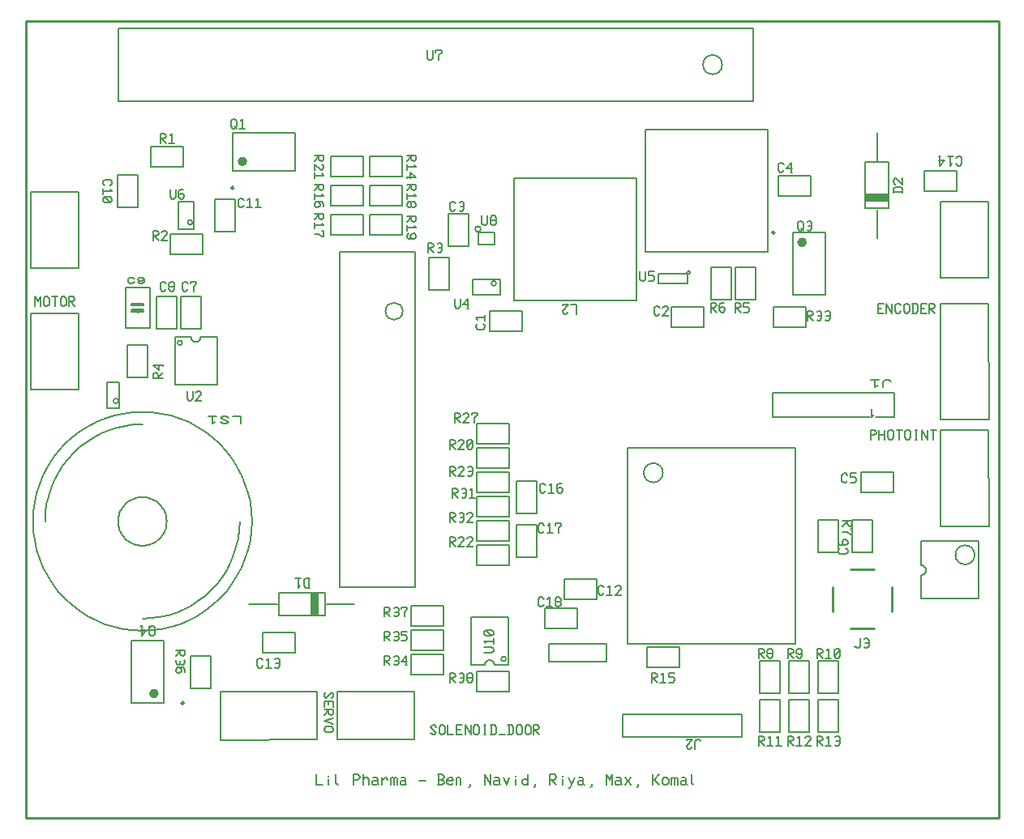
<source format=gbr>
G04 Generated by Ultiboard 14.1 *
%FSLAX25Y25*%
%MOIN*%

%ADD10C,0.00001*%
%ADD11C,0.00612*%
%ADD12C,0.00800*%
%ADD13C,0.00787*%
%ADD14C,0.01969*%
%ADD15C,0.00984*%
%ADD16C,0.00668*%
%ADD17C,0.00005*%
%ADD18C,0.01000*%


G04 ColorRGB FFFF00 for the following layer *
%LNSilkscreen Top*%
%LPD*%
G54D10*
G54D11*
X59392Y258606D02*
X59392Y255457D01*
X60176Y254669D01*
X60960Y254669D01*
X61744Y255457D01*
X61744Y258606D01*
X64879Y258606D02*
X63703Y258606D01*
X62920Y257819D01*
X62920Y256244D01*
X62920Y255457D01*
X63703Y254669D01*
X64487Y254669D01*
X65271Y255457D01*
X65271Y256244D01*
X64487Y257031D01*
X63703Y257031D01*
X62920Y256244D01*
X165108Y315835D02*
X165108Y312685D01*
X165892Y311898D01*
X166676Y311898D01*
X167460Y312685D01*
X167460Y315835D01*
X169812Y311898D02*
X169812Y313866D01*
X170988Y315047D01*
X170988Y315835D01*
X168636Y315835D01*
X168636Y315047D01*
X347392Y155669D02*
X347392Y159606D01*
X348960Y159606D01*
X349744Y158819D01*
X349744Y158425D01*
X348960Y157638D01*
X347392Y157638D01*
X350920Y155669D02*
X350920Y159606D01*
X353271Y155669D02*
X353271Y159606D01*
X350920Y157638D02*
X353271Y157638D01*
X354447Y156457D02*
X355231Y155669D01*
X356015Y155669D01*
X356799Y156457D01*
X356799Y158819D01*
X356015Y159606D01*
X355231Y159606D01*
X354447Y158819D01*
X354447Y156457D01*
X359150Y155669D02*
X359150Y159606D01*
X357975Y159606D02*
X360326Y159606D01*
X361502Y156457D02*
X362286Y155669D01*
X363070Y155669D01*
X363854Y156457D01*
X363854Y158819D01*
X363070Y159606D01*
X362286Y159606D01*
X361502Y158819D01*
X361502Y156457D01*
X365814Y155669D02*
X366598Y155669D01*
X365814Y159606D02*
X366598Y159606D01*
X366206Y155669D02*
X366206Y159606D01*
X368557Y155669D02*
X368557Y159606D01*
X370909Y155669D01*
X370909Y159606D01*
X373261Y155669D02*
X373261Y159606D01*
X372085Y159606D02*
X374437Y159606D01*
X317392Y242457D02*
X318176Y241669D01*
X318960Y241669D01*
X319744Y242457D01*
X319744Y244819D01*
X318960Y245606D01*
X318176Y245606D01*
X317392Y244819D01*
X317392Y242457D01*
X318960Y242457D02*
X319744Y241669D01*
X321311Y245213D02*
X321703Y245606D01*
X322487Y245606D01*
X323271Y244819D01*
X323271Y244031D01*
X322879Y243638D01*
X323271Y243244D01*
X323271Y242457D01*
X322487Y241669D01*
X321703Y241669D01*
X321311Y242063D01*
X321703Y243638D02*
X322879Y243638D01*
X277608Y31543D02*
X276824Y32331D01*
X276040Y32331D01*
X275256Y31543D01*
X275256Y28394D01*
X274080Y29181D02*
X273297Y28394D01*
X272513Y28394D01*
X271729Y29181D01*
X271729Y29575D01*
X274080Y32331D01*
X271729Y32331D01*
X271729Y31937D01*
X66392Y175606D02*
X66392Y172457D01*
X67176Y171669D01*
X67960Y171669D01*
X68744Y172457D01*
X68744Y175606D01*
X69920Y174819D02*
X70703Y175606D01*
X71487Y175606D01*
X72271Y174819D01*
X72271Y174425D01*
X69920Y171669D01*
X72271Y171669D01*
X72271Y172063D01*
X176392Y213606D02*
X176392Y210457D01*
X177176Y209669D01*
X177960Y209669D01*
X178744Y210457D01*
X178744Y213606D01*
X182271Y211244D02*
X179920Y211244D01*
X181879Y213606D01*
X181879Y209669D01*
X181487Y209669D02*
X182271Y209669D01*
X187620Y247890D02*
X187620Y244740D01*
X188404Y243953D01*
X189188Y243953D01*
X189972Y244740D01*
X189972Y247890D01*
X192716Y243953D02*
X191932Y243953D01*
X191148Y244740D01*
X191148Y245528D01*
X191540Y245921D01*
X191148Y246315D01*
X191148Y247102D01*
X191932Y247890D01*
X192716Y247890D01*
X193500Y247102D01*
X193500Y246315D01*
X193108Y245921D01*
X193500Y245528D01*
X193500Y244740D01*
X192716Y243953D01*
X191540Y245921D02*
X193108Y245921D01*
X226608Y207394D02*
X226608Y211331D01*
X224256Y211331D01*
X223080Y208181D02*
X222297Y207394D01*
X221513Y207394D01*
X220729Y208181D01*
X220729Y208575D01*
X223080Y211331D01*
X220729Y211331D01*
X220729Y210937D01*
X252620Y224890D02*
X252620Y221740D01*
X253404Y220953D01*
X254188Y220953D01*
X254972Y221740D01*
X254972Y224890D01*
X258500Y224890D02*
X256148Y224890D01*
X256148Y223315D01*
X257716Y223315D01*
X258500Y222528D01*
X258500Y221740D01*
X257716Y220953D01*
X256148Y220953D01*
X188387Y67927D02*
X191536Y67927D01*
X192324Y68711D01*
X192324Y69495D01*
X191536Y70279D01*
X188387Y70279D01*
X189174Y71847D02*
X188387Y72631D01*
X192324Y72631D01*
X192324Y71455D02*
X192324Y73806D01*
X189174Y74982D02*
X188387Y75766D01*
X188387Y76550D01*
X189174Y77334D01*
X191536Y77334D01*
X192324Y76550D01*
X192324Y75766D01*
X191536Y74982D01*
X189174Y74982D01*
X189174Y77334D02*
X191536Y74982D01*
X53136Y78110D02*
X52352Y78898D01*
X51568Y78898D01*
X50784Y78110D01*
X50784Y75748D01*
X51568Y74961D01*
X52352Y74961D01*
X53136Y75748D01*
X53136Y78110D01*
X51568Y78110D02*
X50784Y78898D01*
X47256Y77323D02*
X49608Y77323D01*
X47648Y74961D01*
X47648Y78898D01*
X48040Y78898D02*
X47256Y78898D01*
X84392Y284457D02*
X85176Y283669D01*
X85960Y283669D01*
X86744Y284457D01*
X86744Y286819D01*
X85960Y287606D01*
X85176Y287606D01*
X84392Y286819D01*
X84392Y284457D01*
X85960Y284457D02*
X86744Y283669D01*
X88311Y286819D02*
X89095Y287606D01*
X89095Y283669D01*
X87920Y283669D02*
X90271Y283669D01*
X123457Y51608D02*
X122669Y50824D01*
X122669Y50040D01*
X123457Y49256D01*
X125819Y51608D01*
X126606Y50824D01*
X126606Y50040D01*
X125819Y49256D01*
X122669Y45729D02*
X122669Y48080D01*
X124638Y48080D01*
X126606Y48080D01*
X126606Y45729D01*
X124638Y48080D02*
X124638Y46513D01*
X122669Y44553D02*
X126606Y44553D01*
X126606Y42985D01*
X125819Y42201D01*
X125425Y42201D01*
X124638Y42985D01*
X124638Y44553D01*
X124638Y44161D02*
X122669Y42201D01*
X126606Y41025D02*
X122669Y39850D01*
X126606Y38674D01*
X123457Y37498D02*
X122669Y36714D01*
X122669Y35930D01*
X123457Y35146D01*
X125819Y35146D01*
X126606Y35930D01*
X126606Y36714D01*
X125819Y37498D01*
X123457Y37498D01*
X166534Y34969D02*
X167318Y34181D01*
X168101Y34181D01*
X168885Y34969D01*
X166534Y37331D01*
X167318Y38118D01*
X168101Y38118D01*
X168885Y37331D01*
X170061Y34969D02*
X170845Y34181D01*
X171629Y34181D01*
X172413Y34969D01*
X172413Y37331D01*
X171629Y38118D01*
X170845Y38118D01*
X170061Y37331D01*
X170061Y34969D01*
X173589Y38118D02*
X173589Y34181D01*
X175941Y34181D01*
X179468Y34181D02*
X177116Y34181D01*
X177116Y36150D01*
X177116Y38118D01*
X179468Y38118D01*
X177116Y36150D02*
X178684Y36150D01*
X180644Y34181D02*
X180644Y38118D01*
X182996Y34181D01*
X182996Y38118D01*
X184171Y34969D02*
X184955Y34181D01*
X185739Y34181D01*
X186523Y34969D01*
X186523Y37331D01*
X185739Y38118D01*
X184955Y38118D01*
X184171Y37331D01*
X184171Y34969D01*
X188483Y34181D02*
X189267Y34181D01*
X188483Y38118D02*
X189267Y38118D01*
X188875Y34181D02*
X188875Y38118D01*
X191227Y34181D02*
X192794Y34181D01*
X193578Y34969D01*
X193578Y37331D01*
X192794Y38118D01*
X191227Y38118D01*
X191619Y38118D02*
X191619Y34181D01*
X194754Y34181D02*
X197106Y34181D01*
X198282Y34181D02*
X199850Y34181D01*
X200633Y34969D01*
X200633Y37331D01*
X199850Y38118D01*
X198282Y38118D01*
X198674Y38118D02*
X198674Y34181D01*
X201809Y34969D02*
X202593Y34181D01*
X203377Y34181D01*
X204161Y34969D01*
X204161Y37331D01*
X203377Y38118D01*
X202593Y38118D01*
X201809Y37331D01*
X201809Y34969D01*
X205337Y34969D02*
X206121Y34181D01*
X206905Y34181D01*
X207689Y34969D01*
X207689Y37331D01*
X206905Y38118D01*
X206121Y38118D01*
X205337Y37331D01*
X205337Y34969D01*
X208864Y34181D02*
X208864Y38118D01*
X210432Y38118D01*
X211216Y37331D01*
X211216Y36937D01*
X210432Y36150D01*
X208864Y36150D01*
X209256Y36150D02*
X211216Y34181D01*
X352744Y207669D02*
X350392Y207669D01*
X350392Y209638D01*
X350392Y211606D01*
X352744Y211606D01*
X350392Y209638D02*
X351960Y209638D01*
X353920Y207669D02*
X353920Y211606D01*
X356271Y207669D01*
X356271Y211606D01*
X359799Y208457D02*
X359015Y207669D01*
X358231Y207669D01*
X357447Y208457D01*
X357447Y210819D01*
X358231Y211606D01*
X359015Y211606D01*
X359799Y210819D01*
X360975Y208457D02*
X361759Y207669D01*
X362542Y207669D01*
X363326Y208457D01*
X363326Y210819D01*
X362542Y211606D01*
X361759Y211606D01*
X360975Y210819D01*
X360975Y208457D01*
X364502Y207669D02*
X366070Y207669D01*
X366854Y208457D01*
X366854Y210819D01*
X366070Y211606D01*
X364502Y211606D01*
X364894Y211606D02*
X364894Y207669D01*
X370381Y207669D02*
X368030Y207669D01*
X368030Y209638D01*
X368030Y211606D01*
X370381Y211606D01*
X368030Y209638D02*
X369598Y209638D01*
X371557Y207669D02*
X371557Y211606D01*
X373125Y211606D01*
X373909Y210819D01*
X373909Y210425D01*
X373125Y209638D01*
X371557Y209638D01*
X371949Y209638D02*
X373909Y207669D01*
X3817Y210606D02*
X3817Y214543D01*
X4993Y212575D01*
X6169Y214543D01*
X6169Y210606D01*
X7345Y211394D02*
X8129Y210606D01*
X8913Y210606D01*
X9696Y211394D01*
X9696Y213756D01*
X8913Y214543D01*
X8129Y214543D01*
X7345Y213756D01*
X7345Y211394D01*
X12048Y210606D02*
X12048Y214543D01*
X10872Y214543D02*
X13224Y214543D01*
X14400Y211394D02*
X15184Y210606D01*
X15968Y210606D01*
X16752Y211394D01*
X16752Y213756D01*
X15968Y214543D01*
X15184Y214543D01*
X14400Y213756D01*
X14400Y211394D01*
X17927Y210606D02*
X17927Y214543D01*
X19495Y214543D01*
X20279Y213756D01*
X20279Y213362D01*
X19495Y212575D01*
X17927Y212575D01*
X18319Y212575D02*
X20279Y210606D01*
X360630Y257242D02*
X360630Y258810D01*
X359843Y259594D01*
X357480Y259594D01*
X356693Y258810D01*
X356693Y257242D01*
X356693Y257634D02*
X360630Y257634D01*
X357480Y260770D02*
X356693Y261554D01*
X356693Y262338D01*
X357480Y263122D01*
X357874Y263122D01*
X360630Y260770D01*
X360630Y263122D01*
X360236Y263122D01*
X340864Y70709D02*
X341648Y69921D01*
X342432Y69921D01*
X343216Y70709D01*
X343216Y73858D01*
X344784Y73465D02*
X345176Y73858D01*
X345960Y73858D01*
X346744Y73071D01*
X346744Y72283D01*
X346352Y71890D01*
X346744Y71496D01*
X346744Y70709D01*
X345960Y69921D01*
X345176Y69921D01*
X344784Y70315D01*
X345176Y71890D02*
X346352Y71890D01*
X116758Y98630D02*
X115190Y98630D01*
X114406Y97843D01*
X114406Y95480D01*
X115190Y94693D01*
X116758Y94693D01*
X116366Y94693D02*
X116366Y98630D01*
X112838Y95480D02*
X112054Y94693D01*
X112054Y98630D01*
X113230Y98630D02*
X110878Y98630D01*
G54D12*
X69150Y242291D02*
X69150Y253709D01*
X62850Y253709D01*
X62850Y242291D01*
X66644Y245049D02*
G75*
D01*
G02X66644Y245049I984J0*
G01*
X62850Y242291D02*
X69150Y242291D01*
X278495Y310000D02*
G75*
D01*
G02X278495Y310000I3937J0*
G01*
X299000Y295000D02*
X299000Y325000D01*
X38000Y295000D02*
X299000Y295000D01*
X38000Y325000D02*
X38000Y295000D01*
X299000Y325000D02*
X38000Y325000D01*
X55392Y277669D02*
X55392Y281606D01*
X56960Y281606D01*
X57743Y280819D01*
X57743Y280425D01*
X56960Y279638D01*
X55392Y279638D01*
X55784Y279638D02*
X57743Y277669D01*
X59311Y280819D02*
X60095Y281606D01*
X60095Y277669D01*
X58919Y277669D02*
X61271Y277669D01*
X51333Y276167D02*
X64667Y276167D01*
X64667Y267833D02*
X51333Y267833D01*
X64667Y276167D02*
X64667Y267833D01*
X51333Y267833D02*
X51333Y276167D01*
X213743Y134457D02*
X212960Y133669D01*
X212176Y133669D01*
X211392Y134457D01*
X211392Y136819D01*
X212176Y137606D01*
X212960Y137606D01*
X213743Y136819D01*
X215311Y136819D02*
X216095Y137606D01*
X216095Y133669D01*
X214919Y133669D02*
X217271Y133669D01*
X220406Y137606D02*
X219230Y137606D01*
X218447Y136819D01*
X218447Y135244D01*
X218447Y134457D01*
X219230Y133669D01*
X220014Y133669D01*
X220798Y134457D01*
X220798Y135244D01*
X220014Y136031D01*
X219230Y136031D01*
X218447Y135244D01*
X210167Y138667D02*
X210167Y125333D01*
X201833Y125333D02*
X201833Y138667D01*
X210167Y125333D02*
X201833Y125333D01*
X201833Y138667D02*
X210167Y138667D01*
X174392Y140669D02*
X174392Y144606D01*
X175960Y144606D01*
X176743Y143819D01*
X176743Y143425D01*
X175960Y142638D01*
X174392Y142638D01*
X174784Y142638D02*
X176743Y140669D01*
X177919Y143819D02*
X178703Y144606D01*
X179487Y144606D01*
X180271Y143819D01*
X180271Y143425D01*
X177919Y140669D01*
X180271Y140669D01*
X180271Y141063D01*
X181838Y144213D02*
X182230Y144606D01*
X183014Y144606D01*
X183798Y143819D01*
X183798Y143031D01*
X183406Y142638D01*
X183798Y142244D01*
X183798Y141457D01*
X183014Y140669D01*
X182230Y140669D01*
X181838Y141063D01*
X182230Y142638D02*
X183406Y142638D01*
X185333Y142167D02*
X198667Y142167D01*
X198667Y133833D02*
X185333Y133833D01*
X198667Y142167D02*
X198667Y133833D01*
X185333Y133833D02*
X185333Y142167D01*
X174392Y151669D02*
X174392Y155606D01*
X175960Y155606D01*
X176743Y154819D01*
X176743Y154425D01*
X175960Y153638D01*
X174392Y153638D01*
X174784Y153638D02*
X176743Y151669D01*
X177919Y154819D02*
X178703Y155606D01*
X179487Y155606D01*
X180271Y154819D01*
X180271Y154425D01*
X177919Y151669D01*
X180271Y151669D01*
X180271Y152063D01*
X181447Y154819D02*
X182230Y155606D01*
X183014Y155606D01*
X183798Y154819D01*
X183798Y152457D01*
X183014Y151669D01*
X182230Y151669D01*
X181447Y152457D01*
X181447Y154819D01*
X183798Y154819D02*
X181447Y152457D01*
X185333Y152167D02*
X198667Y152167D01*
X198667Y143833D02*
X185333Y143833D01*
X198667Y152167D02*
X198667Y143833D01*
X185333Y143833D02*
X185333Y152167D01*
X176392Y162669D02*
X176392Y166606D01*
X177960Y166606D01*
X178743Y165819D01*
X178743Y165425D01*
X177960Y164638D01*
X176392Y164638D01*
X176784Y164638D02*
X178743Y162669D01*
X179919Y165819D02*
X180703Y166606D01*
X181487Y166606D01*
X182271Y165819D01*
X182271Y165425D01*
X179919Y162669D01*
X182271Y162669D01*
X182271Y163063D01*
X184622Y162669D02*
X184622Y164638D01*
X185798Y165819D01*
X185798Y166606D01*
X183447Y166606D01*
X183447Y165819D01*
X185333Y162167D02*
X198667Y162167D01*
X198667Y153833D02*
X185333Y153833D01*
X198667Y162167D02*
X198667Y153833D01*
X185333Y153833D02*
X185333Y162167D01*
X174392Y111669D02*
X174392Y115606D01*
X175960Y115606D01*
X176743Y114819D01*
X176743Y114425D01*
X175960Y113638D01*
X174392Y113638D01*
X174784Y113638D02*
X176743Y111669D01*
X177919Y114819D02*
X178703Y115606D01*
X179487Y115606D01*
X180271Y114819D01*
X180271Y114425D01*
X177919Y111669D01*
X180271Y111669D01*
X180271Y112063D01*
X181447Y114819D02*
X182230Y115606D01*
X183014Y115606D01*
X183798Y114819D01*
X183798Y114425D01*
X181447Y111669D01*
X183798Y111669D01*
X183798Y112063D01*
X185333Y112167D02*
X198667Y112167D01*
X198667Y103833D02*
X185333Y103833D01*
X198667Y112167D02*
X198667Y103833D01*
X185333Y103833D02*
X185333Y112167D01*
X174392Y121669D02*
X174392Y125606D01*
X175960Y125606D01*
X176743Y124819D01*
X176743Y124425D01*
X175960Y123638D01*
X174392Y123638D01*
X174784Y123638D02*
X176743Y121669D01*
X178311Y125213D02*
X178703Y125606D01*
X179487Y125606D01*
X180271Y124819D01*
X180271Y124031D01*
X179879Y123638D01*
X180271Y123244D01*
X180271Y122457D01*
X179487Y121669D01*
X178703Y121669D01*
X178311Y122063D01*
X178703Y123638D02*
X179879Y123638D01*
X181447Y124819D02*
X182230Y125606D01*
X183014Y125606D01*
X183798Y124819D01*
X183798Y124425D01*
X181447Y121669D01*
X183798Y121669D01*
X183798Y122063D01*
X198667Y113833D02*
X185333Y113833D01*
X185333Y122167D02*
X198667Y122167D01*
X185333Y113833D02*
X185333Y122167D01*
X198667Y122167D02*
X198667Y113833D01*
X175392Y131669D02*
X175392Y135606D01*
X176960Y135606D01*
X177743Y134819D01*
X177743Y134425D01*
X176960Y133638D01*
X175392Y133638D01*
X175784Y133638D02*
X177743Y131669D01*
X179311Y135213D02*
X179703Y135606D01*
X180487Y135606D01*
X181271Y134819D01*
X181271Y134031D01*
X180879Y133638D01*
X181271Y133244D01*
X181271Y132457D01*
X180487Y131669D01*
X179703Y131669D01*
X179311Y132063D01*
X179703Y133638D02*
X180879Y133638D01*
X182838Y134819D02*
X183622Y135606D01*
X183622Y131669D01*
X182447Y131669D02*
X184798Y131669D01*
X198667Y123833D02*
X185333Y123833D01*
X185333Y132167D02*
X198667Y132167D01*
X185333Y123833D02*
X185333Y132167D01*
X198667Y132167D02*
X198667Y123833D01*
X313392Y29669D02*
X313392Y33606D01*
X314960Y33606D01*
X315743Y32819D01*
X315743Y32425D01*
X314960Y31638D01*
X313392Y31638D01*
X313784Y31638D02*
X315743Y29669D01*
X317311Y32819D02*
X318095Y33606D01*
X318095Y29669D01*
X316919Y29669D02*
X319271Y29669D01*
X320447Y32819D02*
X321230Y33606D01*
X322014Y33606D01*
X322798Y32819D01*
X322798Y32425D01*
X320447Y29669D01*
X322798Y29669D01*
X322798Y30063D01*
X313833Y35333D02*
X313833Y48667D01*
X322167Y48667D02*
X322167Y35333D01*
X313833Y48667D02*
X322167Y48667D01*
X322167Y35333D02*
X313833Y35333D01*
X313392Y65669D02*
X313392Y69606D01*
X314960Y69606D01*
X315743Y68819D01*
X315743Y68425D01*
X314960Y67638D01*
X313392Y67638D01*
X313784Y67638D02*
X315743Y65669D01*
X316919Y66457D02*
X317703Y65669D01*
X318487Y65669D01*
X319271Y66457D01*
X319271Y68031D01*
X319271Y68819D01*
X318487Y69606D01*
X317703Y69606D01*
X316919Y68819D01*
X316919Y68031D01*
X317703Y67244D01*
X318487Y67244D01*
X319271Y68031D01*
X313833Y51333D02*
X313833Y64667D01*
X322167Y64667D02*
X322167Y51333D01*
X313833Y64667D02*
X322167Y64667D01*
X322167Y51333D02*
X313833Y51333D01*
X325392Y29669D02*
X325392Y33606D01*
X326960Y33606D01*
X327743Y32819D01*
X327743Y32425D01*
X326960Y31638D01*
X325392Y31638D01*
X325784Y31638D02*
X327743Y29669D01*
X329311Y32819D02*
X330095Y33606D01*
X330095Y29669D01*
X328919Y29669D02*
X331271Y29669D01*
X332838Y33213D02*
X333230Y33606D01*
X334014Y33606D01*
X334798Y32819D01*
X334798Y32031D01*
X334406Y31638D01*
X334798Y31244D01*
X334798Y30457D01*
X334014Y29669D01*
X333230Y29669D01*
X332838Y30063D01*
X333230Y31638D02*
X334406Y31638D01*
X325833Y35333D02*
X325833Y48667D01*
X334167Y48667D02*
X334167Y35333D01*
X325833Y48667D02*
X334167Y48667D01*
X334167Y35333D02*
X325833Y35333D01*
X325392Y65669D02*
X325392Y69606D01*
X326960Y69606D01*
X327743Y68819D01*
X327743Y68425D01*
X326960Y67638D01*
X325392Y67638D01*
X325784Y67638D02*
X327743Y65669D01*
X329311Y68819D02*
X330095Y69606D01*
X330095Y65669D01*
X328919Y65669D02*
X331271Y65669D01*
X332447Y68819D02*
X333230Y69606D01*
X334014Y69606D01*
X334798Y68819D01*
X334798Y66457D01*
X334014Y65669D01*
X333230Y65669D01*
X332447Y66457D01*
X332447Y68819D01*
X334798Y68819D02*
X332447Y66457D01*
X325833Y51333D02*
X325833Y64667D01*
X334167Y64667D02*
X334167Y51333D01*
X325833Y64667D02*
X334167Y64667D01*
X334167Y51333D02*
X325833Y51333D01*
X337260Y110972D02*
X338048Y110188D01*
X338048Y109404D01*
X337260Y108621D01*
X334898Y108621D01*
X334110Y109404D01*
X334110Y110188D01*
X334898Y110972D01*
X334110Y114107D02*
X334110Y112932D01*
X334898Y112148D01*
X336473Y112148D01*
X337260Y112148D01*
X338048Y112932D01*
X338048Y113716D01*
X337260Y114499D01*
X336473Y114499D01*
X335685Y113716D01*
X335685Y112932D01*
X336473Y112148D01*
X339833Y109333D02*
X339833Y122667D01*
X348167Y122667D02*
X348167Y109333D01*
X339833Y122667D02*
X348167Y122667D01*
X348167Y109333D02*
X339833Y109333D01*
X335953Y122379D02*
X339890Y122379D01*
X339890Y120812D01*
X339102Y120028D01*
X338708Y120028D01*
X337921Y120812D01*
X337921Y122379D01*
X337921Y121988D02*
X335953Y120028D01*
X335953Y117676D02*
X337921Y117676D01*
X339102Y116501D01*
X339890Y116501D01*
X339890Y118852D01*
X339102Y118852D01*
X325833Y109333D02*
X325833Y122667D01*
X334167Y122667D02*
X334167Y109333D01*
X325833Y122667D02*
X334167Y122667D01*
X334167Y109333D02*
X325833Y109333D01*
X337972Y138740D02*
X337188Y137953D01*
X336404Y137953D01*
X335621Y138740D01*
X335621Y141102D01*
X336404Y141890D01*
X337188Y141890D01*
X337972Y141102D01*
X341499Y141890D02*
X339148Y141890D01*
X339148Y140315D01*
X340716Y140315D01*
X341499Y139527D01*
X341499Y138740D01*
X340716Y137953D01*
X339148Y137953D01*
X356667Y133833D02*
X343333Y133833D01*
X343333Y142167D02*
X356667Y142167D01*
X343333Y133833D02*
X343333Y142167D01*
X356667Y142167D02*
X356667Y133833D01*
X395843Y159748D02*
X376157Y159748D01*
X376315Y120000D02*
X396000Y120000D01*
X395843Y159748D01*
X376157Y159748D02*
X376000Y120000D01*
X32457Y260257D02*
X31669Y261040D01*
X31669Y261824D01*
X32457Y262608D01*
X34819Y262608D01*
X35606Y261824D01*
X35606Y261040D01*
X34819Y260257D01*
X34819Y258689D02*
X35606Y257905D01*
X31669Y257905D01*
X31669Y259081D02*
X31669Y256729D01*
X34819Y255553D02*
X35606Y254770D01*
X35606Y253986D01*
X34819Y253202D01*
X32457Y253202D01*
X31669Y253986D01*
X31669Y254770D01*
X32457Y255553D01*
X34819Y255553D01*
X34819Y253202D02*
X32457Y255553D01*
X37833Y251333D02*
X37833Y264667D01*
X46167Y264667D02*
X46167Y251333D01*
X37833Y264667D02*
X46167Y264667D01*
X46167Y251333D02*
X37833Y251333D01*
X213162Y117969D02*
X212378Y117181D01*
X211594Y117181D01*
X210810Y117969D01*
X210810Y120331D01*
X211594Y121118D01*
X212378Y121118D01*
X213162Y120331D01*
X214729Y120331D02*
X215513Y121118D01*
X215513Y117181D01*
X214337Y117181D02*
X216689Y117181D01*
X219040Y117181D02*
X219040Y119150D01*
X220216Y120331D01*
X220216Y121118D01*
X217865Y121118D01*
X217865Y120331D01*
X201833Y107333D02*
X201833Y120667D01*
X210167Y120667D02*
X210167Y107333D01*
X201833Y120667D02*
X210167Y120667D01*
X210167Y107333D02*
X201833Y107333D01*
X294400Y33400D02*
X245600Y33400D01*
X245600Y42600D01*
X294400Y42600D01*
X294400Y33400D01*
X257392Y55669D02*
X257392Y59606D01*
X258960Y59606D01*
X259743Y58819D01*
X259743Y58425D01*
X258960Y57638D01*
X257392Y57638D01*
X257784Y57638D02*
X259743Y55669D01*
X261311Y58819D02*
X262095Y59606D01*
X262095Y55669D01*
X260919Y55669D02*
X263271Y55669D01*
X266798Y59606D02*
X264447Y59606D01*
X264447Y58031D01*
X266014Y58031D01*
X266798Y57244D01*
X266798Y56457D01*
X266014Y55669D01*
X264447Y55669D01*
X268667Y61833D02*
X255333Y61833D01*
X255333Y70167D02*
X268667Y70167D01*
X255333Y61833D02*
X255333Y70167D01*
X268667Y70167D02*
X268667Y61833D01*
X301392Y29669D02*
X301392Y33606D01*
X302960Y33606D01*
X303743Y32819D01*
X303743Y32425D01*
X302960Y31638D01*
X301392Y31638D01*
X301784Y31638D02*
X303743Y29669D01*
X305311Y32819D02*
X306095Y33606D01*
X306095Y29669D01*
X304919Y29669D02*
X307271Y29669D01*
X308838Y32819D02*
X309622Y33606D01*
X309622Y29669D01*
X308447Y29669D02*
X310798Y29669D01*
X301833Y35333D02*
X301833Y48667D01*
X310167Y48667D02*
X310167Y35333D01*
X301833Y48667D02*
X310167Y48667D01*
X310167Y35333D02*
X301833Y35333D01*
X301392Y65669D02*
X301392Y69606D01*
X302960Y69606D01*
X303743Y68819D01*
X303743Y68425D01*
X302960Y67638D01*
X301392Y67638D01*
X301784Y67638D02*
X303743Y65669D01*
X306487Y65669D02*
X305703Y65669D01*
X304919Y66457D01*
X304919Y67244D01*
X305311Y67638D01*
X304919Y68031D01*
X304919Y68819D01*
X305703Y69606D01*
X306487Y69606D01*
X307271Y68819D01*
X307271Y68031D01*
X306879Y67638D01*
X307271Y67244D01*
X307271Y66457D01*
X306487Y65669D01*
X305311Y67638D02*
X306879Y67638D01*
X301833Y51333D02*
X301833Y64667D01*
X310167Y64667D02*
X310167Y51333D01*
X301833Y64667D02*
X310167Y64667D01*
X310167Y51333D02*
X301833Y51333D01*
X89697Y251922D02*
X88913Y251134D01*
X88129Y251134D01*
X87345Y251922D01*
X87345Y254284D01*
X88129Y255071D01*
X88913Y255071D01*
X89697Y254284D01*
X91264Y254284D02*
X92048Y255071D01*
X92048Y251134D01*
X90872Y251134D02*
X93224Y251134D01*
X94792Y254284D02*
X95575Y255071D01*
X95575Y251134D01*
X94400Y251134D02*
X96751Y251134D01*
X77833Y241333D02*
X77833Y254667D01*
X86167Y254667D02*
X86167Y241333D01*
X77833Y254667D02*
X86167Y254667D01*
X86167Y241333D02*
X77833Y241333D01*
X56331Y180878D02*
X52394Y180878D01*
X52394Y182446D01*
X53181Y183230D01*
X53575Y183230D01*
X54362Y182446D01*
X54362Y180878D01*
X54362Y181270D02*
X56331Y183230D01*
X54756Y186757D02*
X54756Y184406D01*
X52394Y186365D01*
X56331Y186365D01*
X56331Y185973D02*
X56331Y186757D01*
X50167Y194667D02*
X50167Y181333D01*
X41833Y181333D02*
X41833Y194667D01*
X50167Y181333D02*
X41833Y181333D01*
X41833Y194667D02*
X50167Y194667D01*
X61339Y197843D02*
X61339Y178157D01*
X78661Y178157D01*
X78661Y197843D01*
X62435Y195478D02*
G75*
D01*
G02X62435Y195478I984J0*
G01*
X68031Y197843D02*
X68039Y197671D01*
X68061Y197501D01*
X68099Y197333D01*
X68150Y197169D01*
X68216Y197011D01*
X68295Y196858D01*
X68387Y196713D01*
X68492Y196577D01*
X68608Y196451D01*
X68735Y196335D01*
X68871Y196230D01*
X69016Y196138D01*
X69168Y196058D01*
X69327Y195993D01*
X69491Y195941D01*
X69658Y195904D01*
X69828Y195882D01*
X70000Y195874D01*
X70172Y195882D01*
X70342Y195904D01*
X70509Y195941D01*
X70673Y195993D01*
X70832Y196058D01*
X70984Y196138D01*
X71129Y196230D01*
X71265Y196335D01*
X71392Y196451D01*
X71508Y196577D01*
X71613Y196713D01*
X71705Y196858D01*
X71784Y197011D01*
X71850Y197169D01*
X71901Y197333D01*
X71939Y197501D01*
X71961Y197671D01*
X71969Y197843D01*
X78661Y197843D02*
X71969Y197843D01*
X68031Y197843D02*
X61339Y197843D01*
X57743Y217457D02*
X56960Y216669D01*
X56176Y216669D01*
X55392Y217457D01*
X55392Y219819D01*
X56176Y220606D01*
X56960Y220606D01*
X57743Y219819D01*
X60487Y216669D02*
X59703Y216669D01*
X58919Y217457D01*
X58919Y218244D01*
X59311Y218638D01*
X58919Y219031D01*
X58919Y219819D01*
X59703Y220606D01*
X60487Y220606D01*
X61271Y219819D01*
X61271Y219031D01*
X60879Y218638D01*
X61271Y218244D01*
X61271Y217457D01*
X60487Y216669D01*
X59311Y218638D02*
X60879Y218638D01*
X62167Y214667D02*
X62167Y201333D01*
X53833Y201333D02*
X53833Y214667D01*
X62167Y201333D02*
X53833Y201333D01*
X53833Y214667D02*
X62167Y214667D01*
X52392Y237669D02*
X52392Y241606D01*
X53960Y241606D01*
X54743Y240819D01*
X54743Y240425D01*
X53960Y239638D01*
X52392Y239638D01*
X52784Y239638D02*
X54743Y237669D01*
X55919Y240819D02*
X56703Y241606D01*
X57487Y241606D01*
X58271Y240819D01*
X58271Y240425D01*
X55919Y237669D01*
X58271Y237669D01*
X58271Y238063D01*
X59333Y240167D02*
X72667Y240167D01*
X72667Y231833D02*
X59333Y231833D01*
X72667Y240167D02*
X72667Y231833D01*
X59333Y231833D02*
X59333Y240167D01*
X66743Y217457D02*
X65960Y216669D01*
X65176Y216669D01*
X64392Y217457D01*
X64392Y219819D01*
X65176Y220606D01*
X65960Y220606D01*
X66743Y219819D01*
X69095Y216669D02*
X69095Y218638D01*
X70271Y219819D01*
X70271Y220606D01*
X67919Y220606D01*
X67919Y219819D01*
X72167Y214667D02*
X72167Y201333D01*
X63833Y201333D02*
X63833Y214667D01*
X72167Y201333D02*
X63833Y201333D01*
X63833Y214667D02*
X72167Y214667D01*
X44694Y220548D02*
X43806Y220095D01*
X42917Y220095D01*
X42028Y220548D01*
X42028Y221905D01*
X42917Y222357D01*
X43806Y222357D01*
X44694Y221905D01*
X46028Y220548D02*
X46917Y220095D01*
X47806Y220095D01*
X48694Y220548D01*
X48694Y221452D01*
X48694Y221905D01*
X47806Y222357D01*
X46917Y222357D01*
X46028Y221905D01*
X46028Y221452D01*
X46917Y221000D01*
X47806Y221000D01*
X48694Y221452D01*
X51000Y218333D02*
X51000Y201667D01*
X41000Y201667D02*
X41000Y218333D01*
X51000Y201667D02*
X41000Y201667D01*
X46000Y208333D02*
X46000Y207842D01*
X41000Y218333D02*
X51000Y218333D01*
X43500Y209167D02*
X48500Y209167D01*
X43500Y208333D02*
X48500Y208333D01*
X43500Y208667D02*
X48500Y208667D01*
X48500Y211667D02*
X43500Y211667D01*
X48500Y210833D02*
X43500Y210833D01*
X43500Y211167D02*
X48500Y211167D01*
X46000Y211667D02*
X46000Y212072D01*
X188180Y203422D02*
X188967Y202638D01*
X188967Y201854D01*
X188180Y201071D01*
X185818Y201071D01*
X185030Y201854D01*
X185030Y202638D01*
X185818Y203422D01*
X185818Y204990D02*
X185030Y205774D01*
X188967Y205774D01*
X188967Y204598D02*
X188967Y206949D01*
X204136Y200203D02*
X190803Y200203D01*
X190803Y208536D02*
X204136Y208536D01*
X190803Y200203D02*
X190803Y208536D01*
X204136Y208536D02*
X204136Y200203D01*
X195218Y221519D02*
X183722Y221519D01*
X183722Y215220D01*
X195218Y215220D01*
X191471Y220006D02*
G75*
D01*
G02X191471Y220006I985J0*
G01*
X195218Y215220D02*
X195218Y221519D01*
X176743Y250457D02*
X175960Y249669D01*
X175176Y249669D01*
X174392Y250457D01*
X174392Y252819D01*
X175176Y253606D01*
X175960Y253606D01*
X176743Y252819D01*
X178311Y253213D02*
X178703Y253606D01*
X179487Y253606D01*
X180271Y252819D01*
X180271Y252031D01*
X179879Y251638D01*
X180271Y251244D01*
X180271Y250457D01*
X179487Y249669D01*
X178703Y249669D01*
X178311Y250063D01*
X178703Y251638D02*
X179879Y251638D01*
X182167Y248667D02*
X182167Y235333D01*
X173833Y235333D02*
X173833Y248667D01*
X182167Y235333D02*
X173833Y235333D01*
X173833Y248667D02*
X182167Y248667D01*
X192816Y235909D02*
X192816Y240830D01*
X186123Y240830D01*
X186123Y235909D01*
X192816Y235909D01*
X184783Y242293D02*
G75*
D01*
G02X184783Y242293I1187J0*
G01*
X200803Y212803D02*
X251197Y212803D01*
X251197Y263197D01*
X200803Y263197D01*
X200803Y212803D01*
X260000Y220000D02*
X272000Y220000D01*
X260000Y224000D02*
X260000Y220000D01*
X272000Y220000D02*
X272000Y224000D01*
X260000Y224000D01*
X271793Y224500D02*
G75*
D01*
G02X271793Y224500I707J0*
G01*
X165392Y232669D02*
X165392Y236606D01*
X166960Y236606D01*
X167743Y235819D01*
X167743Y235425D01*
X166960Y234638D01*
X165392Y234638D01*
X165784Y234638D02*
X167743Y232669D01*
X169311Y236213D02*
X169703Y236606D01*
X170487Y236606D01*
X171271Y235819D01*
X171271Y235031D01*
X170879Y234638D01*
X171271Y234244D01*
X171271Y233457D01*
X170487Y232669D01*
X169703Y232669D01*
X169311Y233063D01*
X169703Y234638D02*
X170879Y234638D01*
X165833Y217333D02*
X165833Y230667D01*
X174167Y230667D02*
X174167Y217333D01*
X165833Y230667D02*
X174167Y230667D01*
X174167Y217333D02*
X165833Y217333D01*
X118669Y248608D02*
X122606Y248608D01*
X122606Y247040D01*
X121819Y246257D01*
X121425Y246257D01*
X120638Y247040D01*
X120638Y248608D01*
X120638Y248216D02*
X118669Y246257D01*
X121819Y244689D02*
X122606Y243905D01*
X118669Y243905D01*
X118669Y245081D02*
X118669Y242729D01*
X118669Y240378D02*
X120638Y240378D01*
X121819Y239202D01*
X122606Y239202D01*
X122606Y241553D01*
X121819Y241553D01*
X125333Y248167D02*
X138667Y248167D01*
X138667Y239833D02*
X125333Y239833D01*
X138667Y248167D02*
X138667Y239833D01*
X125333Y239833D02*
X125333Y248167D01*
X118669Y260608D02*
X122606Y260608D01*
X122606Y259040D01*
X121819Y258257D01*
X121425Y258257D01*
X120638Y259040D01*
X120638Y260608D01*
X120638Y260216D02*
X118669Y258257D01*
X121819Y256689D02*
X122606Y255905D01*
X118669Y255905D01*
X118669Y257081D02*
X118669Y254729D01*
X122606Y251594D02*
X122606Y252770D01*
X121819Y253553D01*
X120244Y253553D01*
X119457Y253553D01*
X118669Y252770D01*
X118669Y251986D01*
X119457Y251202D01*
X120244Y251202D01*
X121031Y251986D01*
X121031Y252770D01*
X120244Y253553D01*
X125333Y260167D02*
X138667Y260167D01*
X138667Y251833D02*
X125333Y251833D01*
X138667Y260167D02*
X138667Y251833D01*
X125333Y251833D02*
X125333Y260167D01*
X118669Y272608D02*
X122606Y272608D01*
X122606Y271040D01*
X121819Y270257D01*
X121425Y270257D01*
X120638Y271040D01*
X120638Y272608D01*
X120638Y272216D02*
X118669Y270257D01*
X121819Y269081D02*
X122606Y268297D01*
X122606Y267513D01*
X121819Y266729D01*
X121425Y266729D01*
X118669Y269081D01*
X118669Y266729D01*
X119063Y266729D01*
X121819Y265162D02*
X122606Y264378D01*
X118669Y264378D01*
X118669Y265553D02*
X118669Y263202D01*
X125333Y272167D02*
X138667Y272167D01*
X138667Y263833D02*
X125333Y263833D01*
X138667Y272167D02*
X138667Y263833D01*
X125333Y263833D02*
X125333Y272167D01*
X156669Y247608D02*
X160606Y247608D01*
X160606Y246040D01*
X159819Y245257D01*
X159425Y245257D01*
X158638Y246040D01*
X158638Y247608D01*
X158638Y247216D02*
X156669Y245257D01*
X159819Y243689D02*
X160606Y242905D01*
X156669Y242905D01*
X156669Y244081D02*
X156669Y241729D01*
X157457Y240553D02*
X156669Y239770D01*
X156669Y238986D01*
X157457Y238202D01*
X159031Y238202D01*
X159819Y238202D01*
X160606Y238986D01*
X160606Y239770D01*
X159819Y240553D01*
X159031Y240553D01*
X158244Y239770D01*
X158244Y238986D01*
X159031Y238202D01*
X141333Y248167D02*
X154667Y248167D01*
X154667Y239833D02*
X141333Y239833D01*
X154667Y248167D02*
X154667Y239833D01*
X141333Y239833D02*
X141333Y248167D01*
X156669Y260608D02*
X160606Y260608D01*
X160606Y259040D01*
X159819Y258257D01*
X159425Y258257D01*
X158638Y259040D01*
X158638Y260608D01*
X158638Y260216D02*
X156669Y258257D01*
X159819Y256689D02*
X160606Y255905D01*
X156669Y255905D01*
X156669Y257081D02*
X156669Y254729D01*
X156669Y251986D02*
X156669Y252770D01*
X157457Y253553D01*
X158244Y253553D01*
X158638Y253162D01*
X159031Y253553D01*
X159819Y253553D01*
X160606Y252770D01*
X160606Y251986D01*
X159819Y251202D01*
X159031Y251202D01*
X158638Y251594D01*
X158244Y251202D01*
X157457Y251202D01*
X156669Y251986D01*
X158638Y253162D02*
X158638Y251594D01*
X141333Y260167D02*
X154667Y260167D01*
X154667Y251833D02*
X141333Y251833D01*
X154667Y260167D02*
X154667Y251833D01*
X141333Y251833D02*
X141333Y260167D01*
X156669Y272608D02*
X160606Y272608D01*
X160606Y271040D01*
X159819Y270257D01*
X159425Y270257D01*
X158638Y271040D01*
X158638Y272608D01*
X158638Y272216D02*
X156669Y270257D01*
X159819Y268689D02*
X160606Y267905D01*
X156669Y267905D01*
X156669Y269081D02*
X156669Y266729D01*
X158244Y263202D02*
X158244Y265553D01*
X160606Y263594D01*
X156669Y263594D01*
X156669Y263986D02*
X156669Y263202D01*
X141333Y272167D02*
X154667Y272167D01*
X154667Y263833D02*
X141333Y263833D01*
X154667Y272167D02*
X154667Y263833D01*
X141333Y263833D02*
X141333Y272167D01*
X174392Y55669D02*
X174392Y59606D01*
X175960Y59606D01*
X176743Y58819D01*
X176743Y58425D01*
X175960Y57638D01*
X174392Y57638D01*
X174784Y57638D02*
X176743Y55669D01*
X178311Y59213D02*
X178703Y59606D01*
X179487Y59606D01*
X180271Y58819D01*
X180271Y58031D01*
X179879Y57638D01*
X180271Y57244D01*
X180271Y56457D01*
X179487Y55669D01*
X178703Y55669D01*
X178311Y56063D01*
X178703Y57638D02*
X179879Y57638D01*
X183014Y55669D02*
X182230Y55669D01*
X181447Y56457D01*
X181447Y57244D01*
X181838Y57638D01*
X181447Y58031D01*
X181447Y58819D01*
X182230Y59606D01*
X183014Y59606D01*
X183798Y58819D01*
X183798Y58031D01*
X183406Y57638D01*
X183798Y57244D01*
X183798Y56457D01*
X183014Y55669D01*
X181838Y57638D02*
X183406Y57638D01*
X198667Y51833D02*
X185333Y51833D01*
X185333Y60167D02*
X198667Y60167D01*
X185333Y51833D02*
X185333Y60167D01*
X198667Y60167D02*
X198667Y51833D01*
X198426Y62945D02*
X198426Y82708D01*
X183072Y82708D01*
X183072Y62945D01*
X195510Y65432D02*
G75*
D01*
G02X195510Y65432I984J0*
G01*
X192717Y62945D02*
X192710Y63116D01*
X192687Y63286D01*
X192650Y63454D01*
X192599Y63618D01*
X192533Y63777D01*
X192454Y63929D01*
X192361Y64074D01*
X192257Y64210D01*
X192141Y64337D01*
X192014Y64453D01*
X191878Y64557D01*
X191733Y64649D01*
X191581Y64729D01*
X191422Y64794D01*
X191258Y64846D01*
X191091Y64883D01*
X190920Y64906D01*
X190749Y64913D01*
X190577Y64906D01*
X190407Y64883D01*
X190239Y64846D01*
X190076Y64794D01*
X189917Y64729D01*
X189765Y64649D01*
X189620Y64557D01*
X189484Y64453D01*
X189357Y64337D01*
X189241Y64210D01*
X189136Y64074D01*
X189044Y63929D01*
X188965Y63777D01*
X188899Y63618D01*
X188847Y63454D01*
X188810Y63286D01*
X188788Y63116D01*
X188780Y62945D01*
X183072Y62945D02*
X188780Y62945D01*
X192717Y62945D02*
X198426Y62945D01*
X147565Y62776D02*
X147565Y66713D01*
X149133Y66713D01*
X149917Y65926D01*
X149917Y65532D01*
X149133Y64745D01*
X147565Y64745D01*
X147957Y64745D02*
X149917Y62776D01*
X151485Y66319D02*
X151877Y66713D01*
X152660Y66713D01*
X153444Y65926D01*
X153444Y65138D01*
X153052Y64745D01*
X153444Y64351D01*
X153444Y63563D01*
X152660Y62776D01*
X151877Y62776D01*
X151485Y63170D01*
X151877Y64745D02*
X153052Y64745D01*
X156972Y64351D02*
X154620Y64351D01*
X156580Y66713D01*
X156580Y62776D01*
X156188Y62776D02*
X156972Y62776D01*
X171840Y58940D02*
X158507Y58940D01*
X158507Y67273D02*
X171840Y67273D01*
X158507Y58940D02*
X158507Y67273D01*
X171840Y67273D02*
X171840Y58940D01*
X147565Y72776D02*
X147565Y76713D01*
X149133Y76713D01*
X149917Y75926D01*
X149917Y75532D01*
X149133Y74745D01*
X147565Y74745D01*
X147957Y74745D02*
X149917Y72776D01*
X151485Y76319D02*
X151877Y76713D01*
X152660Y76713D01*
X153444Y75926D01*
X153444Y75138D01*
X153052Y74745D01*
X153444Y74351D01*
X153444Y73563D01*
X152660Y72776D01*
X151877Y72776D01*
X151485Y73170D01*
X151877Y74745D02*
X153052Y74745D01*
X156972Y76713D02*
X154620Y76713D01*
X154620Y75138D01*
X156188Y75138D01*
X156972Y74351D01*
X156972Y73563D01*
X156188Y72776D01*
X154620Y72776D01*
X171840Y68940D02*
X158507Y68940D01*
X158507Y77273D02*
X171840Y77273D01*
X158507Y68940D02*
X158507Y77273D01*
X171840Y77273D02*
X171840Y68940D01*
X147565Y82776D02*
X147565Y86713D01*
X149133Y86713D01*
X149917Y85926D01*
X149917Y85532D01*
X149133Y84745D01*
X147565Y84745D01*
X147957Y84745D02*
X149917Y82776D01*
X151485Y86319D02*
X151877Y86713D01*
X152660Y86713D01*
X153444Y85926D01*
X153444Y85138D01*
X153052Y84745D01*
X153444Y84351D01*
X153444Y83563D01*
X152660Y82776D01*
X151877Y82776D01*
X151485Y83170D01*
X151877Y84745D02*
X153052Y84745D01*
X155796Y82776D02*
X155796Y84745D01*
X156972Y85926D01*
X156972Y86713D01*
X154620Y86713D01*
X154620Y85926D01*
X171840Y78940D02*
X158507Y78940D01*
X158507Y87273D02*
X171840Y87273D01*
X158507Y78940D02*
X158507Y87273D01*
X171840Y87273D02*
X171840Y78940D01*
X88444Y162298D02*
X88444Y165274D01*
X85111Y165274D01*
X83444Y164679D02*
X82333Y165274D01*
X81222Y165274D01*
X80111Y164679D01*
X83444Y162893D01*
X82333Y162298D01*
X81222Y162298D01*
X80111Y162893D01*
X77889Y162893D02*
X76778Y162298D01*
X76778Y165274D01*
X78444Y165274D02*
X75111Y165274D01*
X93000Y122000D02*
X92829Y125922D01*
X92316Y129814D01*
X91467Y133647D01*
X90286Y137391D01*
X88784Y141018D01*
X86971Y144500D01*
X84862Y147811D01*
X82472Y150925D01*
X79820Y153820D01*
X76925Y156472D01*
X73811Y158862D01*
X70500Y160971D01*
X67018Y162784D01*
X63391Y164286D01*
X59647Y165467D01*
X55814Y166316D01*
X51922Y166829D01*
X48000Y167000D01*
X44078Y166829D01*
X40186Y166316D01*
X36353Y165467D01*
X32609Y164286D01*
X28982Y162784D01*
X25500Y160971D01*
X22189Y158862D01*
X19075Y156472D01*
X16180Y153820D01*
X13528Y150925D01*
X11138Y147811D01*
X9029Y144500D01*
X7216Y141018D01*
X5714Y137391D01*
X4533Y133647D01*
X3684Y129814D01*
X3171Y125922D01*
X3000Y122000D01*
X3171Y118078D01*
X3684Y114186D01*
X4533Y110353D01*
X5714Y106609D01*
X7216Y102982D01*
X9029Y99500D01*
X11138Y96189D01*
X13528Y93075D01*
X16180Y90180D01*
X19075Y87528D01*
X22189Y85138D01*
X25500Y83029D01*
X28982Y81216D01*
X32609Y79714D01*
X36353Y78533D01*
X40186Y77684D01*
X44078Y77171D01*
X48000Y77000D01*
X51922Y77171D01*
X55814Y77684D01*
X59647Y78533D01*
X63391Y79714D01*
X67018Y81216D01*
X70500Y83029D01*
X73811Y85138D01*
X76925Y87528D01*
X79820Y90180D01*
X82472Y93075D01*
X84862Y96189D01*
X86971Y99500D01*
X88784Y102982D01*
X90286Y106609D01*
X91467Y110353D01*
X92316Y114186D01*
X92829Y118078D01*
X93000Y122000D01*
X48000Y82000D02*
X51486Y82152D01*
X54946Y82608D01*
X58353Y83363D01*
X61681Y84412D01*
X64905Y85748D01*
X68000Y87359D01*
X70943Y89234D01*
X73712Y91358D01*
X76284Y93716D01*
X78642Y96288D01*
X80766Y99057D01*
X82641Y102000D01*
X84252Y105095D01*
X85588Y108319D01*
X86637Y111647D01*
X87392Y115054D01*
X87848Y118514D01*
X88000Y122000D01*
X58000Y122000D02*
X57962Y122872D01*
X57848Y123736D01*
X57659Y124588D01*
X57397Y125420D01*
X57063Y126226D01*
X56660Y127000D01*
X56192Y127736D01*
X55660Y128428D01*
X55071Y129071D01*
X54428Y129660D01*
X53736Y130192D01*
X53000Y130660D01*
X52226Y131063D01*
X51420Y131397D01*
X50588Y131659D01*
X49736Y131848D01*
X48872Y131962D01*
X48000Y132000D01*
X47128Y131962D01*
X46264Y131848D01*
X45412Y131659D01*
X44580Y131397D01*
X43774Y131063D01*
X43000Y130660D01*
X42264Y130192D01*
X41572Y129660D01*
X40929Y129071D01*
X40340Y128428D01*
X39808Y127736D01*
X39340Y127000D01*
X38937Y126226D01*
X38603Y125420D01*
X38341Y124588D01*
X38152Y123736D01*
X38038Y122872D01*
X38000Y122000D01*
X38038Y121128D01*
X38152Y120264D01*
X38341Y119412D01*
X38603Y118580D01*
X38937Y117774D01*
X39340Y117000D01*
X39808Y116264D01*
X40340Y115572D01*
X40929Y114929D01*
X41572Y114340D01*
X42264Y113808D01*
X43000Y113340D01*
X43774Y112937D01*
X44580Y112603D01*
X45412Y112341D01*
X46264Y112152D01*
X47128Y112038D01*
X48000Y112000D01*
X48872Y112038D01*
X49736Y112152D01*
X50588Y112341D01*
X51420Y112603D01*
X52226Y112937D01*
X53000Y113340D01*
X53736Y113808D01*
X54428Y114340D01*
X55071Y114929D01*
X55660Y115572D01*
X56192Y116264D01*
X56660Y117000D01*
X57063Y117774D01*
X57397Y118580D01*
X57659Y119412D01*
X57848Y120264D01*
X57962Y121128D01*
X58000Y122000D01*
X58000Y122000D01*
X48000Y162000D02*
X44514Y161848D01*
X41054Y161392D01*
X37647Y160637D01*
X34319Y159588D01*
X31095Y158252D01*
X28000Y156641D01*
X25057Y154766D01*
X22288Y152642D01*
X19716Y150284D01*
X17358Y147712D01*
X15234Y144943D01*
X13359Y142000D01*
X11748Y138905D01*
X10412Y135681D01*
X9363Y132353D01*
X8608Y128946D01*
X8152Y125486D01*
X8000Y122000D01*
X38362Y168685D02*
X38362Y179315D01*
X33638Y179315D01*
X33638Y168685D01*
X36099Y171563D02*
G75*
D01*
G02X36099Y171563I984J0*
G01*
X33638Y168685D02*
X38362Y168685D01*
X237743Y92457D02*
X236960Y91669D01*
X236176Y91669D01*
X235392Y92457D01*
X235392Y94819D01*
X236176Y95606D01*
X236960Y95606D01*
X237743Y94819D01*
X239311Y94819D02*
X240095Y95606D01*
X240095Y91669D01*
X238919Y91669D02*
X241271Y91669D01*
X242447Y94819D02*
X243230Y95606D01*
X244014Y95606D01*
X244798Y94819D01*
X244798Y94425D01*
X242447Y91669D01*
X244798Y91669D01*
X244798Y92063D01*
X221333Y98167D02*
X234667Y98167D01*
X234667Y89833D02*
X221333Y89833D01*
X234667Y98167D02*
X234667Y89833D01*
X221333Y89833D02*
X221333Y98167D01*
X368209Y90209D02*
X391791Y90209D01*
X391791Y113791D01*
X368209Y113791D01*
X382287Y108224D02*
G75*
D01*
G02X382287Y108224I3937J0*
G01*
X368209Y100031D02*
X368380Y100039D01*
X368550Y100061D01*
X368718Y100099D01*
X368882Y100150D01*
X369041Y100216D01*
X369193Y100295D01*
X369338Y100387D01*
X369474Y100492D01*
X369601Y100608D01*
X369717Y100735D01*
X369821Y100871D01*
X369913Y101016D01*
X369993Y101168D01*
X370058Y101327D01*
X370110Y101491D01*
X370147Y101658D01*
X370170Y101828D01*
X370177Y102000D01*
X370170Y102172D01*
X370147Y102342D01*
X370110Y102509D01*
X370058Y102673D01*
X369993Y102832D01*
X369913Y102984D01*
X369821Y103129D01*
X369717Y103265D01*
X369601Y103392D01*
X369474Y103508D01*
X369338Y103613D01*
X369193Y103705D01*
X369041Y103784D01*
X368882Y103850D01*
X368718Y103901D01*
X368550Y103939D01*
X368380Y103961D01*
X368209Y103969D01*
X368209Y113791D02*
X368209Y103969D01*
X368209Y100031D02*
X368209Y90209D01*
X61669Y68885D02*
X65606Y68885D01*
X65606Y67318D01*
X64819Y66534D01*
X64425Y66534D01*
X63638Y67318D01*
X63638Y68885D01*
X63638Y68493D02*
X61669Y66534D01*
X65213Y64966D02*
X65606Y64574D01*
X65606Y63790D01*
X64819Y63007D01*
X64031Y63007D01*
X63638Y63398D01*
X63244Y63007D01*
X62457Y63007D01*
X61669Y63790D01*
X61669Y64574D01*
X62063Y64966D01*
X63638Y64574D02*
X63638Y63398D01*
X65606Y59871D02*
X65606Y61047D01*
X64819Y61831D01*
X63244Y61831D01*
X62457Y61831D01*
X61669Y61047D01*
X61669Y60263D01*
X62457Y59479D01*
X63244Y59479D01*
X64031Y60263D01*
X64031Y61047D01*
X63244Y61831D01*
X67833Y53333D02*
X67833Y66667D01*
X76167Y66667D02*
X76167Y53333D01*
X67833Y66667D02*
X76167Y66667D01*
X76167Y53333D02*
X67833Y53333D01*
X260743Y207457D02*
X259960Y206669D01*
X259176Y206669D01*
X258392Y207457D01*
X258392Y209819D01*
X259176Y210606D01*
X259960Y210606D01*
X260743Y209819D01*
X261919Y209819D02*
X262703Y210606D01*
X263487Y210606D01*
X264271Y209819D01*
X264271Y209425D01*
X261919Y206669D01*
X264271Y206669D01*
X264271Y207063D01*
X278667Y201833D02*
X265333Y201833D01*
X265333Y210167D02*
X278667Y210167D01*
X265333Y201833D02*
X265333Y210167D01*
X278667Y210167D02*
X278667Y201833D01*
X291720Y207984D02*
X291720Y211921D01*
X293287Y211921D01*
X294071Y211133D01*
X294071Y210740D01*
X293287Y209952D01*
X291720Y209952D01*
X292112Y209952D02*
X294071Y207984D01*
X297598Y211921D02*
X295247Y211921D01*
X295247Y210346D01*
X296815Y210346D01*
X297598Y209558D01*
X297598Y208771D01*
X296815Y207984D01*
X295247Y207984D01*
X300167Y226667D02*
X300167Y213333D01*
X291833Y213333D02*
X291833Y226667D01*
X300167Y213333D02*
X291833Y213333D01*
X291833Y226667D02*
X300167Y226667D01*
X281671Y208033D02*
X281671Y211970D01*
X283238Y211970D01*
X284022Y211182D01*
X284022Y210789D01*
X283238Y210001D01*
X281671Y210001D01*
X282062Y210001D02*
X284022Y208033D01*
X287157Y211970D02*
X285982Y211970D01*
X285198Y211182D01*
X285198Y209607D01*
X285198Y208820D01*
X285982Y208033D01*
X286766Y208033D01*
X287549Y208820D01*
X287549Y209607D01*
X286766Y210395D01*
X285982Y210395D01*
X285198Y209607D01*
X281833Y213333D02*
X281833Y226667D01*
X290167Y226667D02*
X290167Y213333D01*
X281833Y226667D02*
X290167Y226667D01*
X290167Y213333D02*
X281833Y213333D01*
X254803Y283197D02*
X254803Y232803D01*
X305197Y232803D01*
X305197Y283197D01*
X254803Y283197D01*
X311743Y266457D02*
X310960Y265669D01*
X310176Y265669D01*
X309392Y266457D01*
X309392Y268819D01*
X310176Y269606D01*
X310960Y269606D01*
X311743Y268819D01*
X315271Y267244D02*
X312919Y267244D01*
X314879Y269606D01*
X314879Y265669D01*
X314487Y265669D02*
X315271Y265669D01*
X322667Y255833D02*
X309333Y255833D01*
X309333Y264167D02*
X322667Y264167D01*
X309333Y255833D02*
X309333Y264167D01*
X322667Y264167D02*
X322667Y255833D01*
X119748Y32157D02*
X119748Y51843D01*
X80000Y51685D02*
X80000Y32000D01*
X119748Y32157D01*
X119748Y51843D02*
X80000Y52000D01*
X159748Y51843D02*
X128252Y51843D01*
X128252Y32157D01*
X159748Y32157D01*
X159748Y51843D01*
X355944Y179679D02*
X354833Y180274D01*
X353722Y180274D01*
X352611Y179679D01*
X352611Y177298D01*
X350389Y177893D02*
X349278Y177298D01*
X349278Y180274D01*
X350944Y180274D02*
X347611Y180274D01*
X307000Y165000D02*
X347000Y165000D01*
X349500Y165000D02*
X357000Y165000D01*
X357000Y175000D01*
X347833Y165000D02*
X347833Y168333D01*
X348667Y165833D02*
X347833Y165000D01*
X307000Y165000D02*
X307000Y175000D01*
X357000Y175000D01*
X395843Y211748D02*
X376157Y211748D01*
X396000Y164000D02*
X395843Y211748D01*
X376315Y164000D02*
X396000Y164000D01*
X376157Y211748D02*
X376000Y164000D01*
X21843Y176252D02*
X21843Y207748D01*
X2157Y207748D01*
X2157Y176252D01*
X21843Y176252D01*
X321392Y204669D02*
X321392Y208606D01*
X322960Y208606D01*
X323743Y207819D01*
X323743Y207425D01*
X322960Y206638D01*
X321392Y206638D01*
X321784Y206638D02*
X323743Y204669D01*
X325311Y208213D02*
X325703Y208606D01*
X326487Y208606D01*
X327271Y207819D01*
X327271Y207031D01*
X326879Y206638D01*
X327271Y206244D01*
X327271Y205457D01*
X326487Y204669D01*
X325703Y204669D01*
X325311Y205063D01*
X325703Y206638D02*
X326879Y206638D01*
X328838Y208213D02*
X329230Y208606D01*
X330014Y208606D01*
X330798Y207819D01*
X330798Y207031D01*
X330406Y206638D01*
X330798Y206244D01*
X330798Y205457D01*
X330014Y204669D01*
X329230Y204669D01*
X328838Y205063D01*
X329230Y206638D02*
X330406Y206638D01*
X307333Y210167D02*
X320667Y210167D01*
X320667Y201833D02*
X307333Y201833D01*
X320667Y210167D02*
X320667Y201833D01*
X307333Y201833D02*
X307333Y210167D01*
X376157Y253748D02*
X376157Y222252D01*
X395843Y222252D01*
X395843Y253748D01*
X376157Y253748D01*
X21843Y226252D02*
X21843Y257748D01*
X2157Y257748D01*
X2157Y226252D01*
X21843Y226252D01*
X212995Y87630D02*
X212211Y86843D01*
X211427Y86843D01*
X210643Y87630D01*
X210643Y89992D01*
X211427Y90780D01*
X212211Y90780D01*
X212995Y89992D01*
X214562Y89992D02*
X215346Y90780D01*
X215346Y86843D01*
X214170Y86843D02*
X216522Y86843D01*
X219265Y86843D02*
X218481Y86843D01*
X217698Y87630D01*
X217698Y88418D01*
X218090Y88811D01*
X217698Y89205D01*
X217698Y89992D01*
X218481Y90780D01*
X219265Y90780D01*
X220049Y89992D01*
X220049Y89205D01*
X219657Y88811D01*
X220049Y88418D01*
X220049Y87630D01*
X219265Y86843D01*
X218090Y88811D02*
X219657Y88811D01*
X213333Y86167D02*
X226667Y86167D01*
X226667Y77833D02*
X213333Y77833D01*
X226667Y86167D02*
X226667Y77833D01*
X213333Y77833D02*
X213333Y86167D01*
X97466Y62457D02*
X96682Y61669D01*
X95898Y61669D01*
X95115Y62457D01*
X95115Y64819D01*
X95898Y65606D01*
X96682Y65606D01*
X97466Y64819D01*
X99034Y64819D02*
X99818Y65606D01*
X99818Y61669D01*
X98642Y61669D02*
X100993Y61669D01*
X102561Y65213D02*
X102953Y65606D01*
X103737Y65606D01*
X104521Y64819D01*
X104521Y64031D01*
X104129Y63638D01*
X104521Y63244D01*
X104521Y62457D01*
X103737Y61669D01*
X102953Y61669D01*
X102561Y62063D01*
X102953Y63638D02*
X104129Y63638D01*
X110667Y67833D02*
X97333Y67833D01*
X97333Y76167D02*
X110667Y76167D01*
X97333Y67833D02*
X97333Y76167D01*
X110667Y76167D02*
X110667Y67833D01*
X382534Y271543D02*
X383318Y272331D01*
X384102Y272331D01*
X384885Y271543D01*
X384885Y269181D01*
X384102Y268394D01*
X383318Y268394D01*
X382534Y269181D01*
X380966Y269181D02*
X380182Y268394D01*
X380182Y272331D01*
X381358Y272331D02*
X379007Y272331D01*
X375479Y270756D02*
X377831Y270756D01*
X375871Y268394D01*
X375871Y272331D01*
X376263Y272331D02*
X375479Y272331D01*
X369333Y266167D02*
X382667Y266167D01*
X382667Y257833D02*
X369333Y257833D01*
X382667Y266167D02*
X382667Y257833D01*
X369333Y257833D02*
X369333Y266167D01*
X316449Y152354D02*
X316449Y71646D01*
X247551Y71646D01*
X247551Y152354D01*
X254126Y142000D02*
G75*
D01*
G02X254126Y142000I3937J0*
G01*
X247551Y152354D02*
X316449Y152354D01*
X238811Y71740D02*
X215189Y71740D01*
X215189Y64260D02*
X238811Y64260D01*
X238811Y71740D01*
X215189Y71740D02*
X215189Y64260D01*
X129000Y95000D02*
X160000Y95000D01*
X160000Y233000D01*
X129000Y233000D01*
X129000Y95000D01*
G54D13*
X315307Y215205D02*
X328693Y215205D01*
X328693Y240795D02*
X315307Y240795D01*
X315307Y215205D01*
X328693Y215205D02*
X328693Y240795D01*
X56693Y72795D02*
X43307Y72795D01*
X43307Y47205D02*
X56693Y47205D01*
X56693Y72795D01*
X43307Y72795D02*
X43307Y47205D01*
X110795Y266224D02*
X110795Y281776D01*
X85205Y281776D02*
X85205Y266224D01*
X110795Y266224D01*
X110795Y281776D02*
X85205Y281776D01*
X350000Y250142D02*
X350000Y238724D01*
X350000Y270614D02*
X350000Y282031D01*
X345276Y250929D02*
X354724Y250929D01*
X354724Y269827D01*
X345276Y269827D01*
X345276Y250929D01*
X123858Y88000D02*
X135276Y88000D01*
X103386Y88000D02*
X91969Y88000D01*
X123071Y83276D02*
X104173Y83276D01*
X104173Y92724D01*
X123071Y92724D01*
X123071Y83276D01*
X147964Y208500D02*
G75*
D01*
G02X147964Y208500I3536J0*
G01*
G54D14*
X318260Y236858D02*
G75*
D01*
G02X318260Y236858I984J0*
G01*
X51772Y51142D02*
G75*
D01*
G02X51772Y51142I984J0*
G01*
X88157Y270161D02*
G75*
D01*
G02X88157Y270161I985J0*
G01*
G54D15*
X306941Y240795D02*
G75*
D01*
G02X306941Y240795I492J0*
G01*
X64075Y47205D02*
G75*
D01*
G02X64075Y47205I492J0*
G01*
X84524Y259236D02*
G75*
D01*
G02X84524Y259236I492J0*
G01*
G54D16*
X119427Y17821D02*
X119427Y13526D01*
X121992Y13526D01*
X124557Y13526D02*
X124557Y16103D01*
X124557Y16962D02*
X124557Y17391D01*
X127550Y17821D02*
X127550Y14385D01*
X128405Y13526D01*
X134817Y13526D02*
X134817Y17821D01*
X136527Y17821D01*
X137382Y16962D01*
X137382Y16532D01*
X136527Y15674D01*
X134817Y15674D01*
X138664Y15674D02*
X139519Y16532D01*
X140374Y16532D01*
X141229Y15674D01*
X141229Y13526D01*
X138664Y17821D02*
X138664Y13526D01*
X142939Y16532D02*
X144221Y16532D01*
X144649Y16103D01*
X144649Y13956D01*
X144221Y13526D01*
X142939Y13526D01*
X142511Y13956D01*
X142511Y14815D01*
X142939Y15244D01*
X144649Y15244D01*
X144649Y13956D02*
X145076Y13526D01*
X146359Y15244D02*
X147641Y16532D01*
X148069Y16532D01*
X148923Y15674D01*
X146359Y13526D02*
X146359Y16532D01*
X150206Y13526D02*
X150206Y16103D01*
X150206Y16532D01*
X150206Y16103D02*
X150633Y16532D01*
X151061Y16532D01*
X151488Y16103D01*
X151916Y16532D01*
X152343Y16532D01*
X152771Y16103D01*
X152771Y13526D01*
X151488Y16103D02*
X151488Y13526D01*
X154481Y16532D02*
X155763Y16532D01*
X156191Y16103D01*
X156191Y13956D01*
X155763Y13526D01*
X154481Y13526D01*
X154053Y13956D01*
X154053Y14815D01*
X154481Y15244D01*
X156191Y15244D01*
X156191Y13956D02*
X156618Y13526D01*
X161748Y15244D02*
X164313Y15244D01*
X169442Y13526D02*
X171152Y13526D01*
X172007Y14385D01*
X172007Y14815D01*
X171152Y15674D01*
X172007Y16532D01*
X172007Y16962D01*
X171152Y17821D01*
X169870Y17821D01*
X169442Y17821D01*
X169870Y15674D02*
X171152Y15674D01*
X169870Y17821D02*
X169870Y13526D01*
X175855Y14385D02*
X175000Y13526D01*
X174145Y13526D01*
X173290Y14385D01*
X173290Y15674D01*
X174145Y16532D01*
X175000Y16532D01*
X175855Y15674D01*
X175427Y15244D01*
X173290Y15244D01*
X177137Y13526D02*
X177137Y16103D01*
X177137Y16532D01*
X177137Y16103D02*
X177565Y16532D01*
X178420Y16532D01*
X178847Y16103D01*
X178847Y13526D01*
X182694Y13956D02*
X182694Y13097D01*
X182267Y12668D01*
X188679Y13526D02*
X188679Y17821D01*
X191244Y13526D01*
X191244Y17821D01*
X192954Y16532D02*
X194236Y16532D01*
X194664Y16103D01*
X194664Y13956D01*
X194236Y13526D01*
X192954Y13526D01*
X192526Y13956D01*
X192526Y14815D01*
X192954Y15244D01*
X194664Y15244D01*
X194664Y13956D02*
X195091Y13526D01*
X196374Y16532D02*
X197656Y13526D01*
X198938Y16532D01*
X201503Y13526D02*
X201503Y16103D01*
X201503Y16962D02*
X201503Y17391D01*
X206633Y14385D02*
X205778Y13526D01*
X204923Y13526D01*
X204068Y14385D01*
X204068Y15244D01*
X204923Y16103D01*
X205778Y16103D01*
X206633Y15244D01*
X206633Y17821D02*
X206633Y13526D01*
X209625Y13956D02*
X209625Y13097D01*
X209198Y12668D01*
X215610Y13526D02*
X215610Y17821D01*
X217320Y17821D01*
X218175Y16962D01*
X218175Y16532D01*
X217320Y15674D01*
X215610Y15674D01*
X216038Y15674D02*
X218175Y13526D01*
X220740Y13526D02*
X220740Y16103D01*
X220740Y16962D02*
X220740Y17391D01*
X223305Y12238D02*
X223732Y12238D01*
X225870Y16532D01*
X223305Y16532D02*
X224587Y13956D01*
X227580Y16532D02*
X228862Y16532D01*
X229289Y16103D01*
X229289Y13956D01*
X228862Y13526D01*
X227580Y13526D01*
X227152Y13956D01*
X227152Y14815D01*
X227580Y15244D01*
X229289Y15244D01*
X229289Y13956D02*
X229717Y13526D01*
X232709Y13956D02*
X232709Y13097D01*
X232282Y12668D01*
X238694Y13526D02*
X238694Y17821D01*
X239976Y15674D01*
X241259Y17821D01*
X241259Y13526D01*
X242969Y16532D02*
X244251Y16532D01*
X244679Y16103D01*
X244679Y13956D01*
X244251Y13526D01*
X242969Y13526D01*
X242541Y13956D01*
X242541Y14815D01*
X242969Y15244D01*
X244679Y15244D01*
X244679Y13956D02*
X245106Y13526D01*
X246389Y13526D02*
X248953Y16532D01*
X246389Y16532D02*
X248953Y13526D01*
X251946Y13956D02*
X251946Y13097D01*
X251518Y12668D01*
X257931Y13526D02*
X257931Y17821D01*
X257931Y15674D02*
X258358Y15674D01*
X260495Y17821D01*
X258358Y15674D02*
X260495Y13526D01*
X261778Y14385D02*
X262633Y13526D01*
X263488Y13526D01*
X264343Y14385D01*
X264343Y15674D01*
X263488Y16532D01*
X262633Y16532D01*
X261778Y15674D01*
X261778Y14385D01*
X265625Y13526D02*
X265625Y16103D01*
X265625Y16532D01*
X265625Y16103D02*
X266053Y16532D01*
X266480Y16532D01*
X266908Y16103D01*
X267335Y16532D01*
X267763Y16532D01*
X268190Y16103D01*
X268190Y13526D01*
X266908Y16103D02*
X266908Y13526D01*
X269900Y16532D02*
X271182Y16532D01*
X271610Y16103D01*
X271610Y13956D01*
X271182Y13526D01*
X269900Y13526D01*
X269472Y13956D01*
X269472Y14815D01*
X269900Y15244D01*
X271610Y15244D01*
X271610Y13956D02*
X272037Y13526D01*
X273747Y17821D02*
X273747Y14385D01*
X274602Y13526D01*
G54D17*
G36*
X345228Y253685D02*
X345228Y256835D01*
X354672Y256835D01*
X354672Y253685D01*
X345228Y253685D01*
G37*
G36*
X117165Y83228D02*
X117165Y92672D01*
X120315Y92672D01*
X120315Y83228D01*
X117165Y83228D01*
G37*
G54D18*
X339079Y102224D02*
X348921Y102224D01*
X339079Y77776D02*
X348921Y77776D01*
X331776Y94921D02*
X331776Y85079D01*
X356224Y94921D02*
X356224Y85079D01*
X0Y0D02*
X400000Y0D01*
X400000Y328000D01*
X0Y328000D01*
X0Y0D01*

M02*

</source>
